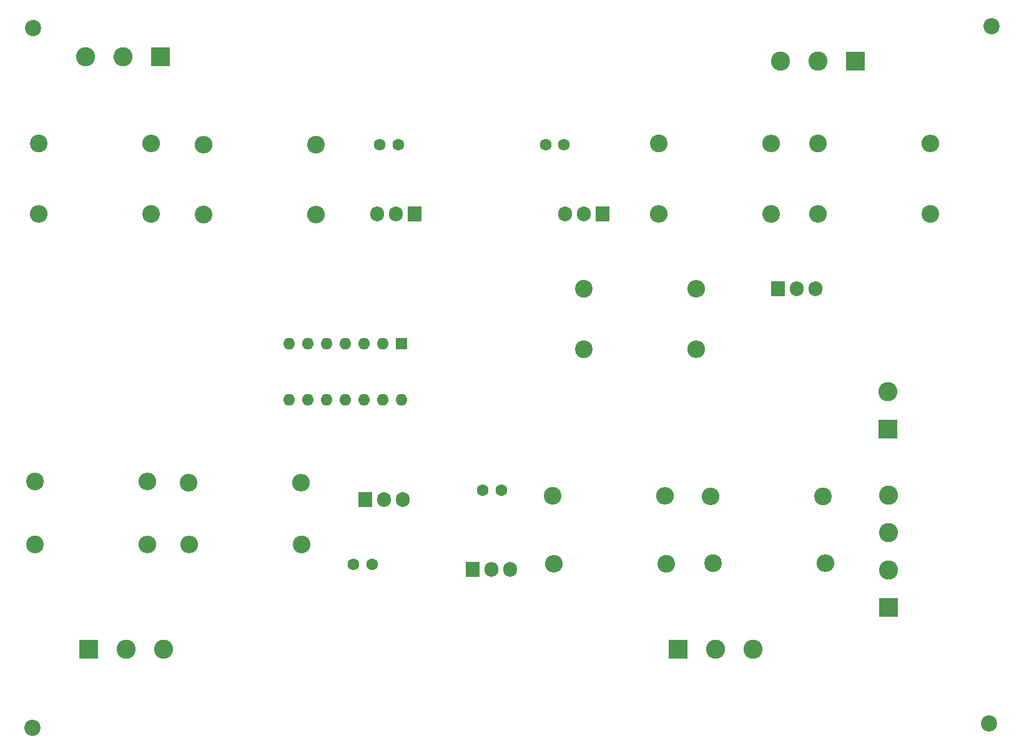
<source format=gbr>
%TF.GenerationSoftware,KiCad,Pcbnew,(6.0.0-0)*%
%TF.CreationDate,2022-02-22T18:35:48-05:00*%
%TF.ProjectId,lm224-3lows-1hi,6c6d3232-342d-4336-9c6f-77732d316869,rev?*%
%TF.SameCoordinates,Original*%
%TF.FileFunction,Soldermask,Top*%
%TF.FilePolarity,Negative*%
%FSLAX46Y46*%
G04 Gerber Fmt 4.6, Leading zero omitted, Abs format (unit mm)*
G04 Created by KiCad (PCBNEW (6.0.0-0)) date 2022-02-22 18:35:48*
%MOMM*%
%LPD*%
G01*
G04 APERTURE LIST*
%ADD10C,1.600000*%
%ADD11R,1.905000X2.000000*%
%ADD12O,1.905000X2.000000*%
%ADD13C,2.200000*%
%ADD14C,2.400000*%
%ADD15O,2.400000X2.400000*%
%ADD16R,2.600000X2.600000*%
%ADD17C,2.600000*%
%ADD18R,1.600000X1.600000*%
%ADD19O,1.600000X1.600000*%
G04 APERTURE END LIST*
D10*
%TO.C,C1*%
X190779400Y-70103800D03*
X193279400Y-70103800D03*
%TD*%
D11*
%TO.C,Q3*%
X222275400Y-89661800D03*
D12*
X224815400Y-89661800D03*
X227355400Y-89661800D03*
%TD*%
D13*
%TO.C,H1*%
X121208800Y-149326400D03*
%TD*%
%TO.C,H4*%
X250901200Y-148716800D03*
%TD*%
%TO.C,H3*%
X251256800Y-54025600D03*
%TD*%
%TO.C,H2*%
X121259600Y-54279600D03*
%TD*%
D14*
%TO.C,R11*%
X121513600Y-124383600D03*
D15*
X136753600Y-124383600D03*
%TD*%
D14*
%TO.C,R16*%
X191770000Y-117830400D03*
D15*
X207010000Y-117830400D03*
%TD*%
D16*
%TO.C,J1*%
X237185400Y-108716800D03*
D17*
X237185400Y-103636800D03*
%TD*%
D16*
%TO.C,RV2*%
X138587400Y-58241800D03*
D17*
X133507400Y-58241800D03*
X128427400Y-58241800D03*
%TD*%
D14*
%TO.C,R5*%
X137312400Y-79501800D03*
D15*
X122072400Y-79501800D03*
%TD*%
D14*
%TO.C,R14*%
X157683200Y-124383600D03*
D15*
X142443200Y-124383600D03*
%TD*%
D14*
%TO.C,R7*%
X221386400Y-79501800D03*
D15*
X206146400Y-79501800D03*
%TD*%
D14*
%TO.C,R12*%
X213461600Y-126974400D03*
D15*
X228701600Y-126974400D03*
%TD*%
D14*
%TO.C,R15*%
X228396800Y-117932000D03*
D15*
X213156800Y-117932000D03*
%TD*%
D14*
%TO.C,R8*%
X144424400Y-79628800D03*
D15*
X159664400Y-79628800D03*
%TD*%
D14*
%TO.C,R18*%
X207111600Y-127025200D03*
D15*
X191871600Y-127025200D03*
%TD*%
D10*
%TO.C,C2*%
X168320400Y-70103800D03*
X170820400Y-70103800D03*
%TD*%
D16*
%TO.C,RV1*%
X232816400Y-58800800D03*
D17*
X227736400Y-58800800D03*
X222656400Y-58800800D03*
%TD*%
D14*
%TO.C,R2*%
X122072400Y-69976800D03*
D15*
X137312400Y-69976800D03*
%TD*%
D11*
%TO.C,Q2*%
X172999400Y-79572800D03*
D12*
X170459400Y-79572800D03*
X167919400Y-79572800D03*
%TD*%
D14*
%TO.C,R10*%
X195986400Y-89661800D03*
D15*
X211226400Y-89661800D03*
%TD*%
D14*
%TO.C,R1*%
X227736400Y-69976800D03*
D15*
X242976400Y-69976800D03*
%TD*%
D10*
%TO.C,C4*%
X184759600Y-117017600D03*
X182259600Y-117017600D03*
%TD*%
D14*
%TO.C,R17*%
X142341600Y-116001600D03*
D15*
X157581600Y-116001600D03*
%TD*%
D11*
%TO.C,Q1*%
X198526400Y-79572800D03*
D12*
X195986400Y-79572800D03*
X193446400Y-79572800D03*
%TD*%
D14*
%TO.C,R6*%
X159664400Y-70103800D03*
D15*
X144424400Y-70103800D03*
%TD*%
D10*
%TO.C,C3*%
X164764400Y-127126800D03*
X167264400Y-127126800D03*
%TD*%
D14*
%TO.C,R4*%
X206146400Y-69976800D03*
D15*
X221386400Y-69976800D03*
%TD*%
D14*
%TO.C,R3*%
X242976400Y-79501800D03*
D15*
X227736400Y-79501800D03*
%TD*%
D14*
%TO.C,R13*%
X121564400Y-115849200D03*
D15*
X136804400Y-115849200D03*
%TD*%
D11*
%TO.C,Q5*%
X180898800Y-127817800D03*
D12*
X183438800Y-127817800D03*
X185978800Y-127817800D03*
%TD*%
D16*
%TO.C,J2*%
X237312400Y-132968800D03*
D17*
X237312400Y-127888800D03*
X237312400Y-122808800D03*
X237312400Y-117728800D03*
%TD*%
D16*
%TO.C,RV3*%
X128823800Y-138658600D03*
D17*
X133903800Y-138658600D03*
X138983800Y-138658600D03*
%TD*%
D14*
%TO.C,R9*%
X195986400Y-97916800D03*
D15*
X211226400Y-97916800D03*
%TD*%
D18*
%TO.C,U1*%
X171226400Y-97164800D03*
D19*
X168686400Y-97164800D03*
X166146400Y-97164800D03*
X163606400Y-97164800D03*
X161066400Y-97164800D03*
X158526400Y-97164800D03*
X155986400Y-97164800D03*
X155986400Y-104784800D03*
X158526400Y-104784800D03*
X161066400Y-104784800D03*
X163606400Y-104784800D03*
X166146400Y-104784800D03*
X168686400Y-104784800D03*
X171226400Y-104784800D03*
%TD*%
D11*
%TO.C,Q4*%
X166319200Y-118318200D03*
D12*
X168859200Y-118318200D03*
X171399200Y-118318200D03*
%TD*%
D16*
%TO.C,RV4*%
X208732200Y-138658600D03*
D17*
X213812200Y-138658600D03*
X218892200Y-138658600D03*
%TD*%
M02*

</source>
